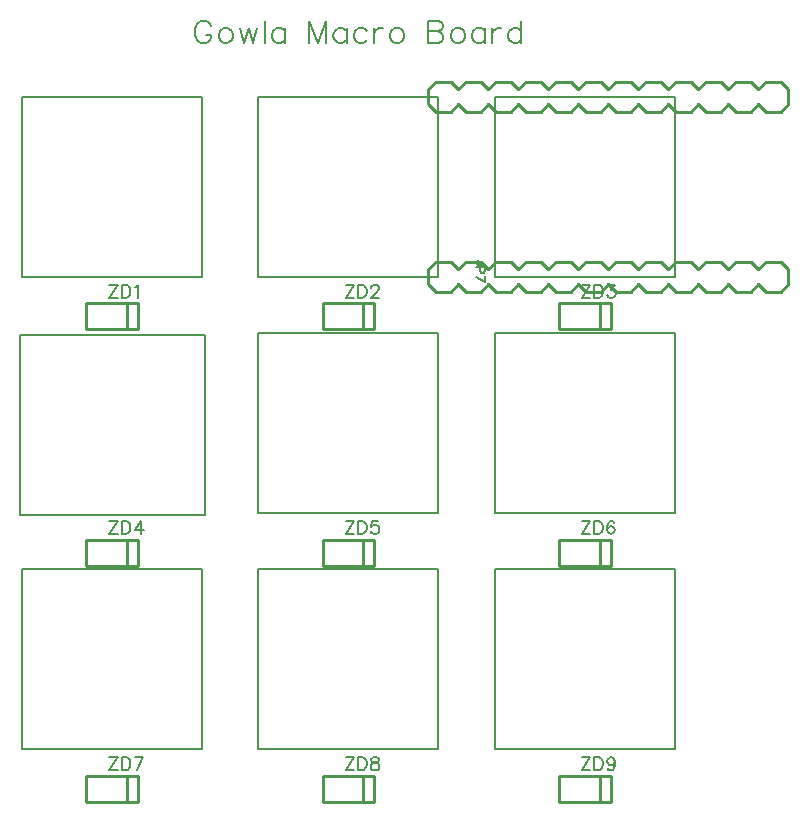
<source format=gto>
G04 Layer: TopSilkLayer*
G04 EasyEDA v6.3.53, 2020-06-12T19:14:44+01:00*
G04 b7557649432a4699b844ba23fabf0e7a,831979d3ac2e4a1db92824a7b243be6d,10*
G04 Gerber Generator version 0.2*
G04 Scale: 100 percent, Rotated: No, Reflected: No *
G04 Dimensions in millimeters *
G04 leading zeros omitted , absolute positions ,3 integer and 3 decimal *
%FSLAX33Y33*%
%MOMM*%
G90*
G71D02*

%ADD10C,0.254000*%
%ADD11C,0.203200*%
%ADD16C,0.127000*%
%ADD17C,0.152400*%

%LPD*%
G54D16*
G01X12189Y47408D02*
G01X27810Y47408D01*
G01X27810Y32168D01*
G01X12189Y32168D01*
G01X12189Y47408D01*
G01X52380Y27619D02*
G01X67620Y27619D01*
G01X67620Y12379D01*
G01X52380Y12379D01*
G01X52380Y27619D01*
G01X32379Y27619D02*
G01X47619Y27619D01*
G01X47619Y12379D01*
G01X32379Y12379D01*
G01X32379Y27619D01*
G01X12380Y27619D02*
G01X27620Y27619D01*
G01X27620Y12379D01*
G01X12380Y12379D01*
G01X12380Y27619D01*
G01X52380Y47619D02*
G01X67620Y47619D01*
G01X67620Y32379D01*
G01X52380Y32379D01*
G01X52380Y47619D01*
G01X32379Y47619D02*
G01X47619Y47619D01*
G01X47619Y32379D01*
G01X32379Y32379D01*
G01X32379Y47619D01*
G01X52380Y67619D02*
G01X67620Y67619D01*
G01X67620Y52379D01*
G01X52380Y52379D01*
G01X52380Y67619D01*
G01X32379Y67619D02*
G01X47619Y67619D01*
G01X47619Y52379D01*
G01X32379Y52379D01*
G01X32379Y67619D01*
G01X12380Y67619D02*
G01X27620Y67619D01*
G01X27620Y52379D01*
G01X12380Y52379D01*
G01X12380Y67619D01*
G54D10*
G01X42199Y47899D02*
G01X37799Y47899D01*
G01X42199Y50100D02*
G01X37799Y50100D01*
G01X42199Y47899D02*
G01X42199Y50100D01*
G01X37799Y47899D02*
G01X37799Y50100D01*
G01X41260Y47899D02*
G01X41260Y50100D01*
G01X62199Y47899D02*
G01X57799Y47899D01*
G01X62199Y50100D02*
G01X57799Y50100D01*
G01X62199Y47899D02*
G01X62199Y50100D01*
G01X57799Y47899D02*
G01X57799Y50100D01*
G01X61260Y47899D02*
G01X61260Y50100D01*
G01X22199Y27899D02*
G01X17799Y27899D01*
G01X22199Y30099D02*
G01X17799Y30099D01*
G01X22199Y27899D02*
G01X22199Y30099D01*
G01X17799Y27899D02*
G01X17799Y30099D01*
G01X21260Y27899D02*
G01X21260Y30099D01*
G01X42199Y27899D02*
G01X37799Y27899D01*
G01X42199Y30099D02*
G01X37799Y30099D01*
G01X42199Y27899D02*
G01X42199Y30099D01*
G01X37799Y27899D02*
G01X37799Y30099D01*
G01X41260Y27899D02*
G01X41260Y30099D01*
G01X62199Y27899D02*
G01X57799Y27899D01*
G01X62199Y30099D02*
G01X57799Y30099D01*
G01X62199Y27899D02*
G01X62199Y30099D01*
G01X57799Y27899D02*
G01X57799Y30099D01*
G01X61260Y27899D02*
G01X61260Y30099D01*
G01X22199Y7899D02*
G01X17799Y7899D01*
G01X22199Y10100D02*
G01X17799Y10100D01*
G01X22199Y7899D02*
G01X22199Y10100D01*
G01X17799Y7899D02*
G01X17799Y10100D01*
G01X21260Y7899D02*
G01X21260Y10100D01*
G01X42199Y7899D02*
G01X37799Y7899D01*
G01X42199Y10100D02*
G01X37799Y10100D01*
G01X42199Y7899D02*
G01X42199Y10100D01*
G01X37799Y7899D02*
G01X37799Y10100D01*
G01X41260Y7899D02*
G01X41260Y10100D01*
G01X62199Y7899D02*
G01X57799Y7899D01*
G01X62199Y10100D02*
G01X57799Y10100D01*
G01X62199Y7899D02*
G01X62199Y10100D01*
G01X57799Y7899D02*
G01X57799Y10100D01*
G01X61260Y7899D02*
G01X61260Y10100D01*
G01X52475Y51109D02*
G01X51840Y51744D01*
G01X51205Y51109D01*
G01X49935Y51109D01*
G01X49300Y51744D01*
G01X48665Y51109D01*
G01X47395Y51109D01*
G01X46760Y51744D01*
G01X46760Y53014D01*
G01X47395Y53649D01*
G01X48665Y53649D01*
G01X49300Y53014D01*
G01X49935Y53649D01*
G01X51205Y53649D01*
G01X51840Y53014D01*
G01X52475Y53649D01*
G01X53745Y53649D01*
G01X54380Y53014D01*
G01X55015Y53649D01*
G01X56285Y53649D01*
G01X56920Y53014D01*
G01X57555Y53649D01*
G01X58825Y53649D01*
G01X59460Y53014D01*
G01X60095Y53649D01*
G01X61365Y53649D01*
G01X62000Y53014D01*
G01X62635Y53649D01*
G01X63905Y53649D01*
G01X64540Y53014D01*
G01X65175Y53649D01*
G01X66445Y53649D01*
G01X67080Y53014D01*
G01X67715Y53649D01*
G01X68985Y53649D01*
G01X69620Y53014D01*
G01X70255Y53649D01*
G01X71525Y53649D01*
G01X72160Y53014D01*
G01X72795Y53649D01*
G01X74065Y53649D01*
G01X74700Y53014D01*
G01X75335Y53649D01*
G01X76605Y53649D01*
G01X77240Y53014D01*
G01X77240Y51744D01*
G01X76605Y51109D01*
G01X75335Y51109D01*
G01X74700Y51744D01*
G01X74065Y51109D01*
G01X72795Y51109D01*
G01X72160Y51744D01*
G01X71525Y51109D01*
G01X70255Y51109D01*
G01X69620Y51744D01*
G01X68985Y51109D01*
G01X67715Y51109D01*
G01X67080Y51744D01*
G01X66445Y51109D01*
G01X65175Y51109D01*
G01X64540Y51744D01*
G01X63905Y51109D01*
G01X62635Y51109D01*
G01X62000Y51744D01*
G01X61365Y51109D01*
G01X60095Y51109D01*
G01X59460Y51744D01*
G01X58825Y51109D01*
G01X57555Y51109D01*
G01X56920Y51744D01*
G01X56285Y51109D01*
G01X55015Y51109D01*
G01X54380Y51744D01*
G01X53745Y51109D01*
G01X52475Y51109D01*
G01X71525Y68889D02*
G01X72160Y68254D01*
G01X72795Y68889D01*
G01X74065Y68889D01*
G01X74700Y68254D01*
G01X75335Y68889D01*
G01X76605Y68889D01*
G01X77240Y68254D01*
G01X77240Y66984D01*
G01X76605Y66349D01*
G01X75335Y66349D01*
G01X74700Y66984D01*
G01X74065Y66349D01*
G01X72795Y66349D01*
G01X72160Y66984D01*
G01X71525Y66349D01*
G01X70255Y66349D01*
G01X69620Y66984D01*
G01X68985Y66349D01*
G01X67715Y66349D01*
G01X67080Y66984D01*
G01X66445Y66349D01*
G01X65175Y66349D01*
G01X64540Y66984D01*
G01X63905Y66349D01*
G01X62635Y66349D01*
G01X62000Y66984D01*
G01X61365Y66349D01*
G01X60095Y66349D01*
G01X59460Y66984D01*
G01X58825Y66349D01*
G01X57555Y66349D01*
G01X56920Y66984D01*
G01X56285Y66349D01*
G01X55015Y66349D01*
G01X54380Y66984D01*
G01X53745Y66349D01*
G01X52475Y66349D01*
G01X51840Y66984D01*
G01X51205Y66349D01*
G01X49935Y66349D01*
G01X49300Y66984D01*
G01X48665Y66349D01*
G01X47395Y66349D01*
G01X46760Y66984D01*
G01X46760Y68254D01*
G01X47395Y68889D01*
G01X48665Y68889D01*
G01X49300Y68254D01*
G01X49935Y68889D01*
G01X51205Y68889D01*
G01X51840Y68254D01*
G01X52475Y68889D01*
G01X53745Y68889D01*
G01X54380Y68254D01*
G01X55015Y68889D01*
G01X56285Y68889D01*
G01X56920Y68254D01*
G01X57555Y68889D01*
G01X58825Y68889D01*
G01X59460Y68254D01*
G01X60095Y68889D01*
G01X61365Y68889D01*
G01X62000Y68254D01*
G01X62635Y68889D01*
G01X63905Y68889D01*
G01X64540Y68254D01*
G01X65175Y68889D01*
G01X66445Y68889D01*
G01X67080Y68254D01*
G01X67715Y68889D01*
G01X68985Y68889D01*
G01X69620Y68254D01*
G01X70255Y68889D01*
G01X71525Y68889D01*
G01X22199Y47899D02*
G01X17799Y47899D01*
G01X22199Y50100D02*
G01X17799Y50100D01*
G01X22199Y47899D02*
G01X22199Y50100D01*
G01X17799Y47899D02*
G01X17799Y50100D01*
G01X21260Y47899D02*
G01X21260Y50100D01*
G54D11*
G01X28384Y73588D02*
G01X28293Y73774D01*
G01X28107Y73957D01*
G01X27924Y74051D01*
G01X27553Y74051D01*
G01X27368Y73957D01*
G01X27185Y73774D01*
G01X27091Y73588D01*
G01X27000Y73311D01*
G01X27000Y72849D01*
G01X27091Y72572D01*
G01X27185Y72387D01*
G01X27368Y72202D01*
G01X27553Y72110D01*
G01X27924Y72110D01*
G01X28107Y72202D01*
G01X28293Y72387D01*
G01X28384Y72572D01*
G01X28384Y72849D01*
G01X27924Y72849D02*
G01X28384Y72849D01*
G01X29456Y73403D02*
G01X29270Y73311D01*
G01X29088Y73126D01*
G01X28994Y72849D01*
G01X28994Y72664D01*
G01X29088Y72387D01*
G01X29270Y72202D01*
G01X29456Y72110D01*
G01X29733Y72110D01*
G01X29918Y72202D01*
G01X30104Y72387D01*
G01X30195Y72664D01*
G01X30195Y72849D01*
G01X30104Y73126D01*
G01X29918Y73311D01*
G01X29733Y73403D01*
G01X29456Y73403D01*
G01X30805Y73403D02*
G01X31175Y72110D01*
G01X31544Y73403D02*
G01X31175Y72110D01*
G01X31544Y73403D02*
G01X31912Y72110D01*
G01X32283Y73403D02*
G01X31912Y72110D01*
G01X32892Y74051D02*
G01X32892Y72110D01*
G01X34610Y73403D02*
G01X34610Y72110D01*
G01X34610Y73126D02*
G01X34427Y73311D01*
G01X34241Y73403D01*
G01X33964Y73403D01*
G01X33779Y73311D01*
G01X33594Y73126D01*
G01X33502Y72849D01*
G01X33502Y72664D01*
G01X33594Y72387D01*
G01X33779Y72202D01*
G01X33964Y72110D01*
G01X34241Y72110D01*
G01X34427Y72202D01*
G01X34610Y72387D01*
G01X36642Y74051D02*
G01X36642Y72110D01*
G01X36642Y74051D02*
G01X37381Y72110D01*
G01X38120Y74051D02*
G01X37381Y72110D01*
G01X38120Y74051D02*
G01X38120Y72110D01*
G01X39837Y73403D02*
G01X39837Y72110D01*
G01X39837Y73126D02*
G01X39654Y73311D01*
G01X39469Y73403D01*
G01X39192Y73403D01*
G01X39006Y73311D01*
G01X38821Y73126D01*
G01X38729Y72849D01*
G01X38729Y72664D01*
G01X38821Y72387D01*
G01X39006Y72202D01*
G01X39192Y72110D01*
G01X39469Y72110D01*
G01X39654Y72202D01*
G01X39837Y72387D01*
G01X41556Y73126D02*
G01X41371Y73311D01*
G01X41186Y73403D01*
G01X40909Y73403D01*
G01X40726Y73311D01*
G01X40540Y73126D01*
G01X40446Y72849D01*
G01X40446Y72664D01*
G01X40540Y72387D01*
G01X40726Y72202D01*
G01X40909Y72110D01*
G01X41186Y72110D01*
G01X41371Y72202D01*
G01X41556Y72387D01*
G01X42166Y73403D02*
G01X42166Y72110D01*
G01X42166Y72849D02*
G01X42257Y73126D01*
G01X42443Y73311D01*
G01X42628Y73403D01*
G01X42905Y73403D01*
G01X43977Y73403D02*
G01X43792Y73311D01*
G01X43606Y73126D01*
G01X43515Y72849D01*
G01X43515Y72664D01*
G01X43606Y72387D01*
G01X43792Y72202D01*
G01X43977Y72110D01*
G01X44254Y72110D01*
G01X44437Y72202D01*
G01X44622Y72387D01*
G01X44714Y72664D01*
G01X44714Y72849D01*
G01X44622Y73126D01*
G01X44437Y73311D01*
G01X44254Y73403D01*
G01X43977Y73403D01*
G01X46746Y74051D02*
G01X46746Y72110D01*
G01X46746Y74051D02*
G01X47579Y74051D01*
G01X47856Y73957D01*
G01X47947Y73865D01*
G01X48041Y73680D01*
G01X48041Y73497D01*
G01X47947Y73311D01*
G01X47856Y73218D01*
G01X47579Y73126D01*
G01X46746Y73126D02*
G01X47579Y73126D01*
G01X47856Y73035D01*
G01X47947Y72941D01*
G01X48041Y72758D01*
G01X48041Y72481D01*
G01X47947Y72295D01*
G01X47856Y72202D01*
G01X47579Y72110D01*
G01X46746Y72110D01*
G01X49110Y73403D02*
G01X48927Y73311D01*
G01X48742Y73126D01*
G01X48651Y72849D01*
G01X48651Y72664D01*
G01X48742Y72387D01*
G01X48927Y72202D01*
G01X49110Y72110D01*
G01X49387Y72110D01*
G01X49573Y72202D01*
G01X49758Y72387D01*
G01X49850Y72664D01*
G01X49850Y72849D01*
G01X49758Y73126D01*
G01X49573Y73311D01*
G01X49387Y73403D01*
G01X49110Y73403D01*
G01X51569Y73403D02*
G01X51569Y72110D01*
G01X51569Y73126D02*
G01X51384Y73311D01*
G01X51198Y73403D01*
G01X50921Y73403D01*
G01X50736Y73311D01*
G01X50553Y73126D01*
G01X50459Y72849D01*
G01X50459Y72664D01*
G01X50553Y72387D01*
G01X50736Y72202D01*
G01X50921Y72110D01*
G01X51198Y72110D01*
G01X51384Y72202D01*
G01X51569Y72387D01*
G01X52179Y73403D02*
G01X52179Y72110D01*
G01X52179Y72849D02*
G01X52270Y73126D01*
G01X52456Y73311D01*
G01X52638Y73403D01*
G01X52918Y73403D01*
G01X54635Y74051D02*
G01X54635Y72110D01*
G01X54635Y73126D02*
G01X54449Y73311D01*
G01X54264Y73403D01*
G01X53987Y73403D01*
G01X53804Y73311D01*
G01X53619Y73126D01*
G01X53527Y72849D01*
G01X53527Y72664D01*
G01X53619Y72387D01*
G01X53804Y72202D01*
G01X53987Y72110D01*
G01X54264Y72110D01*
G01X54449Y72202D01*
G01X54635Y72387D01*
G54D17*
G01X40473Y51677D02*
G01X39747Y50585D01*
G01X39747Y51677D02*
G01X40473Y51677D01*
G01X39747Y50585D02*
G01X40473Y50585D01*
G01X40816Y51677D02*
G01X40816Y50585D01*
G01X40816Y51677D02*
G01X41179Y51677D01*
G01X41334Y51624D01*
G01X41438Y51522D01*
G01X41492Y51418D01*
G01X41542Y51260D01*
G01X41542Y51001D01*
G01X41492Y50846D01*
G01X41438Y50742D01*
G01X41334Y50638D01*
G01X41179Y50585D01*
G01X40816Y50585D01*
G01X41939Y51418D02*
G01X41939Y51469D01*
G01X41989Y51573D01*
G01X42043Y51624D01*
G01X42147Y51677D01*
G01X42353Y51677D01*
G01X42457Y51624D01*
G01X42510Y51573D01*
G01X42561Y51469D01*
G01X42561Y51365D01*
G01X42510Y51260D01*
G01X42406Y51106D01*
G01X41885Y50585D01*
G01X42614Y50585D01*
G01X60473Y51678D02*
G01X59747Y50585D01*
G01X59747Y51678D02*
G01X60473Y51678D01*
G01X59747Y50585D02*
G01X60473Y50585D01*
G01X60816Y51678D02*
G01X60816Y50585D01*
G01X60816Y51678D02*
G01X61179Y51678D01*
G01X61334Y51624D01*
G01X61438Y51520D01*
G01X61492Y51416D01*
G01X61542Y51261D01*
G01X61542Y51002D01*
G01X61492Y50844D01*
G01X61438Y50743D01*
G01X61334Y50639D01*
G01X61179Y50585D01*
G01X60816Y50585D01*
G01X61989Y51678D02*
G01X62561Y51678D01*
G01X62248Y51261D01*
G01X62406Y51261D01*
G01X62510Y51210D01*
G01X62561Y51157D01*
G01X62614Y51002D01*
G01X62614Y50898D01*
G01X62561Y50743D01*
G01X62457Y50639D01*
G01X62302Y50585D01*
G01X62147Y50585D01*
G01X61989Y50639D01*
G01X61939Y50689D01*
G01X61885Y50794D01*
G01X20473Y31678D02*
G01X19747Y30586D01*
G01X19747Y31678D02*
G01X20473Y31678D01*
G01X19747Y30586D02*
G01X20473Y30586D01*
G01X20816Y31678D02*
G01X20816Y30586D01*
G01X20816Y31678D02*
G01X21179Y31678D01*
G01X21334Y31625D01*
G01X21438Y31521D01*
G01X21492Y31416D01*
G01X21542Y31262D01*
G01X21542Y31002D01*
G01X21492Y30845D01*
G01X21438Y30741D01*
G01X21334Y30637D01*
G01X21179Y30586D01*
G01X20816Y30586D01*
G01X22406Y31678D02*
G01X21885Y30949D01*
G01X22665Y30949D01*
G01X22406Y31678D02*
G01X22406Y30586D01*
G01X40473Y31676D02*
G01X39747Y30586D01*
G01X39747Y31676D02*
G01X40473Y31676D01*
G01X39747Y30586D02*
G01X40473Y30586D01*
G01X40816Y31676D02*
G01X40816Y30586D01*
G01X40816Y31676D02*
G01X41179Y31676D01*
G01X41334Y31625D01*
G01X41438Y31521D01*
G01X41492Y31417D01*
G01X41542Y31262D01*
G01X41542Y31000D01*
G01X41492Y30845D01*
G01X41438Y30741D01*
G01X41334Y30637D01*
G01X41179Y30586D01*
G01X40816Y30586D01*
G01X42510Y31676D02*
G01X41989Y31676D01*
G01X41939Y31209D01*
G01X41989Y31262D01*
G01X42147Y31313D01*
G01X42302Y31313D01*
G01X42457Y31262D01*
G01X42561Y31158D01*
G01X42614Y31000D01*
G01X42614Y30899D01*
G01X42561Y30741D01*
G01X42457Y30637D01*
G01X42302Y30586D01*
G01X42147Y30586D01*
G01X41989Y30637D01*
G01X41939Y30691D01*
G01X41885Y30795D01*
G01X60473Y31677D02*
G01X59747Y30587D01*
G01X59747Y31677D02*
G01X60473Y31677D01*
G01X59747Y30587D02*
G01X60473Y30587D01*
G01X60816Y31677D02*
G01X60816Y30587D01*
G01X60816Y31677D02*
G01X61179Y31677D01*
G01X61334Y31626D01*
G01X61438Y31522D01*
G01X61492Y31417D01*
G01X61542Y31260D01*
G01X61542Y31001D01*
G01X61492Y30846D01*
G01X61438Y30742D01*
G01X61334Y30638D01*
G01X61179Y30587D01*
G01X60816Y30587D01*
G01X62510Y31522D02*
G01X62457Y31626D01*
G01X62302Y31677D01*
G01X62198Y31677D01*
G01X62043Y31626D01*
G01X61939Y31468D01*
G01X61885Y31209D01*
G01X61885Y30950D01*
G01X61939Y30742D01*
G01X62043Y30638D01*
G01X62198Y30587D01*
G01X62248Y30587D01*
G01X62406Y30638D01*
G01X62510Y30742D01*
G01X62561Y30897D01*
G01X62561Y30950D01*
G01X62510Y31105D01*
G01X62406Y31209D01*
G01X62248Y31260D01*
G01X62198Y31260D01*
G01X62043Y31209D01*
G01X61939Y31105D01*
G01X61885Y30950D01*
G01X20473Y11677D02*
G01X19747Y10585D01*
G01X19747Y11677D02*
G01X20473Y11677D01*
G01X19747Y10585D02*
G01X20473Y10585D01*
G01X20816Y11677D02*
G01X20816Y10585D01*
G01X20816Y11677D02*
G01X21179Y11677D01*
G01X21334Y11624D01*
G01X21438Y11522D01*
G01X21492Y11418D01*
G01X21542Y11261D01*
G01X21542Y11001D01*
G01X21492Y10847D01*
G01X21438Y10742D01*
G01X21334Y10638D01*
G01X21179Y10585D01*
G01X20816Y10585D01*
G01X22614Y11677D02*
G01X22094Y10585D01*
G01X21885Y11677D02*
G01X22614Y11677D01*
G01X40473Y11678D02*
G01X39747Y10585D01*
G01X39747Y11678D02*
G01X40473Y11678D01*
G01X39747Y10585D02*
G01X40473Y10585D01*
G01X40816Y11678D02*
G01X40816Y10585D01*
G01X40816Y11678D02*
G01X41179Y11678D01*
G01X41334Y11624D01*
G01X41438Y11520D01*
G01X41492Y11416D01*
G01X41542Y11261D01*
G01X41542Y11002D01*
G01X41492Y10845D01*
G01X41438Y10743D01*
G01X41334Y10639D01*
G01X41179Y10585D01*
G01X40816Y10585D01*
G01X42147Y11678D02*
G01X41989Y11624D01*
G01X41939Y11520D01*
G01X41939Y11416D01*
G01X41989Y11314D01*
G01X42094Y11261D01*
G01X42302Y11210D01*
G01X42457Y11157D01*
G01X42561Y11053D01*
G01X42614Y10949D01*
G01X42614Y10794D01*
G01X42561Y10690D01*
G01X42510Y10639D01*
G01X42353Y10585D01*
G01X42147Y10585D01*
G01X41989Y10639D01*
G01X41939Y10690D01*
G01X41885Y10794D01*
G01X41885Y10949D01*
G01X41939Y11053D01*
G01X42043Y11157D01*
G01X42198Y11210D01*
G01X42406Y11261D01*
G01X42510Y11314D01*
G01X42561Y11416D01*
G01X42561Y11520D01*
G01X42510Y11624D01*
G01X42353Y11678D01*
G01X42147Y11678D01*
G01X60473Y11678D02*
G01X59747Y10586D01*
G01X59747Y11678D02*
G01X60473Y11678D01*
G01X59747Y10586D02*
G01X60473Y10586D01*
G01X60816Y11678D02*
G01X60816Y10586D01*
G01X60816Y11678D02*
G01X61179Y11678D01*
G01X61334Y11625D01*
G01X61438Y11521D01*
G01X61492Y11417D01*
G01X61542Y11262D01*
G01X61542Y11003D01*
G01X61492Y10845D01*
G01X61438Y10741D01*
G01X61334Y10637D01*
G01X61179Y10586D01*
G01X60816Y10586D01*
G01X62561Y11312D02*
G01X62510Y11157D01*
G01X62406Y11053D01*
G01X62248Y11003D01*
G01X62198Y11003D01*
G01X62043Y11053D01*
G01X61939Y11157D01*
G01X61885Y11312D01*
G01X61885Y11366D01*
G01X61939Y11521D01*
G01X62043Y11625D01*
G01X62198Y11678D01*
G01X62248Y11678D01*
G01X62406Y11625D01*
G01X62510Y11521D01*
G01X62561Y11312D01*
G01X62561Y11053D01*
G01X62510Y10794D01*
G01X62406Y10637D01*
G01X62248Y10586D01*
G01X62147Y10586D01*
G01X61989Y10637D01*
G01X61939Y10741D01*
G01X51545Y53380D02*
G01X50989Y53380D01*
G01X50887Y53413D01*
G01X50851Y53449D01*
G01X50816Y53517D01*
G01X50816Y53586D01*
G01X50851Y53657D01*
G01X50887Y53690D01*
G01X50989Y53726D01*
G01X51060Y53726D01*
G01X51545Y53152D02*
G01X50816Y53152D01*
G01X51545Y53152D02*
G01X51545Y52839D01*
G01X51509Y52735D01*
G01X51474Y52700D01*
G01X51405Y52667D01*
G01X51301Y52667D01*
G01X51232Y52700D01*
G01X51197Y52735D01*
G01X51164Y52839D01*
G01X51164Y53152D01*
G01X51545Y51953D02*
G01X50816Y52298D01*
G01X51545Y52438D02*
G01X51545Y51953D01*
G01X20473Y51677D02*
G01X19747Y50587D01*
G01X19747Y51677D02*
G01X20473Y51677D01*
G01X19747Y50587D02*
G01X20473Y50587D01*
G01X20816Y51677D02*
G01X20816Y50587D01*
G01X20816Y51677D02*
G01X21179Y51677D01*
G01X21334Y51626D01*
G01X21438Y51522D01*
G01X21492Y51417D01*
G01X21542Y51262D01*
G01X21542Y51001D01*
G01X21492Y50846D01*
G01X21438Y50742D01*
G01X21334Y50638D01*
G01X21179Y50587D01*
G01X20816Y50587D01*
G01X21885Y51468D02*
G01X21989Y51522D01*
G01X22147Y51677D01*
G01X22147Y50587D01*
M00*
M02*

</source>
